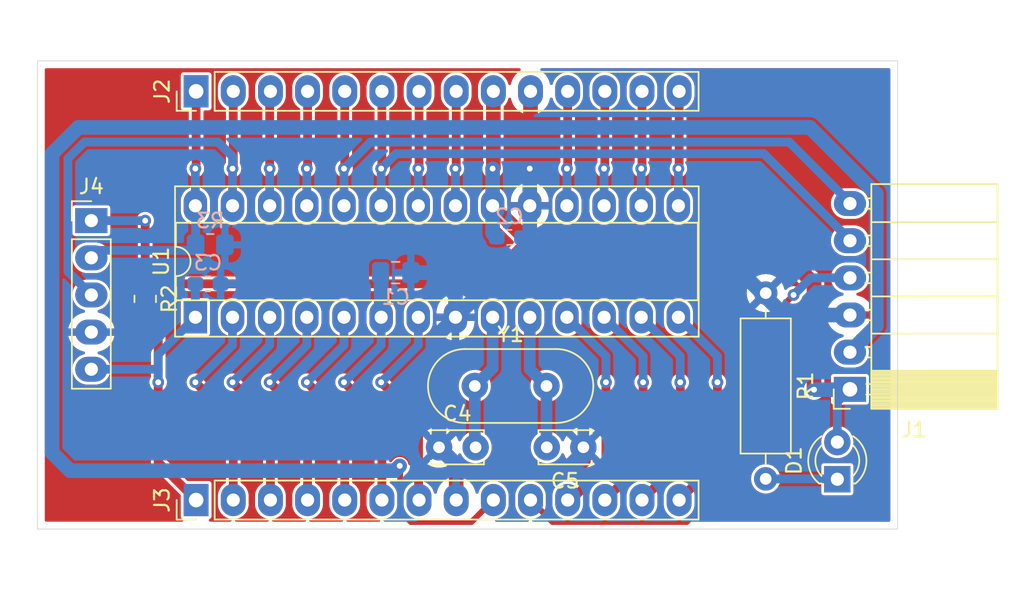
<source format=kicad_pcb>
(kicad_pcb (version 20240108) (generator "pcbnew") (generator_version "8.0")
  (layers (0 "F.Cu" signal) (31 "B.Cu" signal) (34 "B.Paste" user) (35 "F.Paste" user) (36 "B.SilkS" user "B.Silkscreen") (37 "F.SilkS" user "F.Silkscreen") (38 "B.Mask" user) (39 "F.Mask" user) (44 "Edge.Cuts" user))
  (net 0 "")
  (net 1 "Net-(J3-Pin_6)")
  (net 2 "GND")
  (net 3 "VIO")
  (net 4 "/~{MCLR}")
  (net 5 "Net-(U1-OSC1{slash}CLKIN{slash}RA7)")
  (net 6 "Net-(U1-OSC2{slash}CLKOUT{slash}RA6)")
  (net 7 "/TXD")
  (net 8 "STBY")
  (net 9 "/RXD")
  (net 10 "+5V")
  (net 11 "Net-(J2-Pin_7)")
  (net 12 "/PGD")
  (net 13 "Net-(J2-Pin_8)")
  (net 14 "/PGC")
  (net 15 "Net-(J2-Pin_11)")
  (net 16 "Net-(J2-Pin_4)")
  (net 17 "Net-(J2-Pin_14)")
  (net 18 "Net-(J2-Pin_12)")
  (net 19 "Net-(J2-Pin_3)")
  (net 20 "Net-(J2-Pin_13)")
  (net 21 "Net-(J3-Pin_13)")
  (net 22 "Net-(J3-Pin_3)")
  (net 23 "Net-(J3-Pin_14)")
  (net 24 "Net-(J3-Pin_11)")
  (net 25 "Net-(J3-Pin_4)")
  (net 26 "Net-(J3-Pin_2)")
  (net 27 "Net-(J3-Pin_5)")
  (net 28 "Net-(J3-Pin_12)")
  (net 29 "Net-(J3-Pin_7)")
  (net 30 "Net-(D1-K)")
  (footprint "Resistor_THT:R_Axial_DIN0309_L9.0mm_D3.2mm_P12.70mm_Horizontal" (layer "F.Cu") (at 138.938 99.822 -90)
    (property "Reference" "R1" (at 6.35 -2.72 90) (layer "F.SilkS"))
    (property "Value" "330")
    (fp_line (start 1.73 1.72) (end 10.97 1.72) (stroke (width 0.12)) (layer "F.SilkS"))
    (fp_line (start 10.97 1.72) (end 10.97 -1.72) (stroke (width 0.12)) (layer "F.SilkS"))
    (fp_line (start 1.04 0) (end 1.73 0) (stroke (width 0.12)) (layer "F.SilkS"))
    (fp_line (start 11.66 0) (end 10.97 0) (stroke (width 0.12)) (layer "F.SilkS"))
    (fp_line (start 1.73 -1.72) (end 1.73 1.72) (stroke (width 0.12)) (layer "F.SilkS"))
    (fp_line (start 10.97 -1.72) (end 1.73 -1.72) (stroke (width 0.12)) (layer "F.SilkS"))
    (pad "1" thru_hole circle (at 0 0 270) (size 1.6 1.6) (drill 0.8) (layers "*.Cu" "*.Mask") (net 2 "GND"))
    (pad "2" thru_hole oval (at 12.7 0 270) (size 1.6 1.6) (drill 0.8) (layers "*.Cu" "*.Mask") (net 30 "Net-(D1-K)"))
  )
  (footprint "Resistor_SMD:R_0805_2012Metric_Pad1.20x1.40mm_HandSolder" (layer "F.Cu") (at 96.52 100.219 -90)
    (property "Reference" "R2" (at 0 -1.65 90) (layer "F.SilkS"))
    (property "Value" "10K")
    (fp_line (start -0.227064 0.735) (end 0.227064 0.735) (stroke (width 0.12)) (layer "F.SilkS"))
    (fp_line (start -0.227064 -0.735) (end 0.227064 -0.735) (stroke (width 0.12)) (layer "F.SilkS"))
    (pad "1" smd roundrect (at -1 0 270) (size 1.2 1.4) (layers "F.Cu" "F.Paste" "F.Mask") (roundrect_rratio 0.208333) (net 3 "VIO"))
    (pad "2" smd roundrect (at 1 0 270) (size 1.2 1.4) (layers "F.Cu" "F.Paste" "F.Mask") (roundrect_rratio 0.208333) (net 4 "/~{MCLR}"))
  )
  (footprint "Connector_PinHeader_2.54mm:PinHeader_1x14_P2.54mm_Vertical" (layer "F.Cu") (at 100 86.03 90)
    (property "Reference" "J2" (at 0 -2.33 270) (layer "F.SilkS"))
    (property "Value" "Conn_01x14_Pin")
    (fp_line (start -1.33 -1.33) (end 0 -1.33) (stroke (width 0.12)) (layer "F.SilkS"))
    (fp_line (start -1.33 0) (end -1.33 -1.33) (stroke (width 0.12)) (layer "F.SilkS"))
    (fp_line (start 1.33 1.27) (end 1.33 34.35) (stroke (width 0.12)) (layer "F.SilkS"))
    (fp_line (start -1.33 1.27) (end 1.33 1.27) (stroke (width 0.12)) (layer "F.SilkS"))
    (fp_line (start -1.33 1.27) (end -1.33 34.35) (stroke (width 0.12)) (layer "F.SilkS"))
    (fp_line (start -1.33 34.35) (end 1.33 34.35) (stroke (width 0.12)) (layer "F.SilkS"))
    (pad "1" thru_hole rect (at 0 0 90) (size 2.2 1.7) (drill 1) (layers "*.Cu" "*.Mask") (net 12 "/PGD"))
    (pad "2" thru_hole oval (at 0 2.54 90) (size 2.2 1.7) (drill 0.9) (layers "*.Cu" "*.Mask") (net 14 "/PGC"))
    (pad "3" thru_hole oval (at 0 5.08 90) (size 2.2 1.7) (drill 0.9) (layers "*.Cu" "*.Mask") (net 19 "Net-(J2-Pin_3)"))
    (pad "4" thru_hole oval (at 0 7.62 90) (size 2.2 1.7) (drill 0.9) (layers "*.Cu" "*.Mask") (net 16 "Net-(J2-Pin_4)"))
    (pad "5" thru_hole oval (at 0 10.16 90) (size 2.2 1.7) (drill 0.9) (layers "*.Cu" "*.Mask") (net 9 "/RXD"))
    (pad "6" thru_hole oval (at 0 12.7 90) (size 2.2 1.7) (drill 0.9) (layers "*.Cu" "*.Mask") (net 7 "/TXD"))
    (pad "7" thru_hole oval (at 0 15.24 90) (size 2.2 1.7) (drill 0.9) (layers "*.Cu" "*.Mask") (net 11 "Net-(J2-Pin_7)"))
    (pad "8" thru_hole oval (at 0 17.78 90) (size 2.2 1.7) (drill 0.9) (layers "*.Cu" "*.Mask") (net 13 "Net-(J2-Pin_8)"))
    (pad "9" thru_hole oval (at 0 20.32 90) (size 2.2 1.7) (drill 0.9) (layers "*.Cu" "*.Mask") (net 3 "VIO"))
    (pad "10" thru_hole oval (at 0 22.86 90) (size 2.2 1.7) (drill 0.9) (layers "*.Cu" "*.Mask") (net 2 "GND"))
    (pad "11" thru_hole oval (at 0 25.4 90) (size 2.2 1.7) (drill 0.9) (layers "*.Cu" "*.Mask") (net 15 "Net-(J2-Pin_11)"))
    (pad "12" thru_hole oval (at 0 27.94 90) (size 2.2 1.7) (drill 0.9) (layers "*.Cu" "*.Mask") (net 18 "Net-(J2-Pin_12)"))
    (pad "13" thru_hole oval (at 0 30.48 90) (size 2.2 1.7) (drill 0.9) (layers "*.Cu" "*.Mask") (net 20 "Net-(J2-Pin_13)"))
    (pad "14" thru_hole oval (at 0 33.02 90) (size 2.2 1.7) (drill 0.9) (layers "*.Cu" "*.Mask") (net 17 "Net-(J2-Pin_14)"))
  )
  (footprint "Crystal:Crystal_HC18-U_Vertical" (layer "F.Cu") (at 119.052 106.172)
    (property "Reference" "Y1" (at 2.45 -3.525 0) (layer "F.SilkS"))
    (property "Value" "10Mhz")
    (fp_line (start -0.675 -2.525) (end 5.575 -2.525) (stroke (width 0.12)) (layer "F.SilkS"))
    (fp_line (start -0.675 2.525) (end 5.575 2.525) (stroke (width 0.12)) (layer "F.SilkS"))
    (fp_arc (start -0.675 2.525) (mid -3.2 0) (end -0.675 -2.525) (stroke (width 0.12)) (layer "F.SilkS"))
    (fp_arc (start 5.575 -2.525) (mid 8.1 0) (end 5.575 2.525) (stroke (width 0.12)) (layer "F.SilkS"))
    (pad "1" thru_hole circle (at 0 0) (size 1.8 1.8) (drill 0.8) (layers "*.Cu" "*.Mask") (net 5 "Net-(U1-OSC1{slash}CLKIN{slash}RA7)"))
    (pad "2" thru_hole circle (at 4.9 0) (size 1.8 1.8) (drill 0.8) (layers "*.Cu" "*.Mask") (net 6 "Net-(U1-OSC2{slash}CLKOUT{slash}RA6)"))
  )
  (footprint "Capacitor_THT:C_Disc_D3.4mm_W2.1mm_P2.50mm" (layer "F.Cu") (at 126.472 110.363 180)
    (property "Reference" "C5" (at 1.25 -2.3 180) (layer "F.SilkS"))
    (property "Value" "22pF")
    (fp_line (start 3.07 0.925) (end 3.07 1.17) (stroke (width 0.12)) (layer "F.SilkS"))
    (fp_line (start 3.07 -1.17) (end 3.07 -0.925) (stroke (width 0.12)) (layer "F.SilkS"))
    (fp_line (start -0.57 1.17) (end 3.07 1.17) (stroke (width 0.12)) (layer "F.SilkS"))
    (fp_line (start -0.57 0.925) (end -0.57 1.17) (stroke (width 0.12)) (layer "F.SilkS"))
    (fp_line (start -0.57 -1.17) (end 3.07 -1.17) (stroke (width 0.12)) (layer "F.SilkS"))
    (fp_line (start -0.57 -1.17) (end -0.57 -0.925) (stroke (width 0.12)) (layer "F.SilkS"))
    (pad "1" thru_hole circle (at 0 0 180) (size 1.8 1.8) (drill 0.8) (layers "*.Cu" "*.Mask") (net 2 "GND"))
    (pad "2" thru_hole circle (at 2.5 0 180) (size 1.8 1.8) (drill 0.8) (layers "*.Cu" "*.Mask") (net 6 "Net-(U1-OSC2{slash}CLKOUT{slash}RA6)"))
  )
  (footprint "Connector_PinSocket_2.54mm:PinSocket_1x06_P2.54mm_Horizontal" (layer "F.Cu") (at 144.698 106.401 180)
    (property "Reference" "J1" (at -4.38 -2.77 180) (layer "F.SilkS"))
    (property "Value" "Conn_01x06_Socket")
    (fp_line (start 1.11 -1.33) (end 1.11 0) (stroke (width 0.12)) (layer "F.SilkS"))
    (fp_line (start 0 -1.33) (end 1.11 -1.33) (stroke (width 0.12)) (layer "F.SilkS"))
    (fp_line (start -1.46 13.06) (end -1.05 13.06) (stroke (width 0.12)) (layer "F.SilkS"))
    (fp_line (start -1.46 12.34) (end -1.05 12.34) (stroke (width 0.12)) (layer "F.SilkS"))
    (fp_line (start -1.46 10.52) (end -1.05 10.52) (stroke (width 0.12)) (layer "F.SilkS"))
    (fp_line (start -1.46 9.8) (end -1.05 9.8) (stroke (width 0.12)) (layer "F.SilkS"))
    (fp_line (start -1.46 7.98) (end -1.05 7.98) (stroke (width 0.12)) (layer "F.SilkS"))
    (fp_line (start -1.46 7.26) (end -1.05 7.26) (stroke (width 0.12)) (layer "F.SilkS"))
    (fp_line (start -1.46 5.44) (end -1.05 5.44) (stroke (width 0.12)) (layer "F.SilkS"))
    (fp_line (start -1.46 4.72) (end -1.05 4.72) (stroke (width 0.12)) (layer "F.SilkS"))
    (fp_line (start -1.46 2.9) (end -1.05 2.9) (stroke (width 0.12)) (layer "F.SilkS"))
    (fp_line (start -1.46 2.18) (end -1.05 2.18) (stroke (width 0.12)) (layer "F.SilkS"))
    (fp_line (start -1.46 0.36) (end -1.11 0.36) (stroke (width 0.12)) (layer "F.SilkS"))
    (fp_line (start -1.46 -0.36) (end -1.11 -0.36) (stroke (width 0.12)) (layer "F.SilkS"))
    (fp_line (start -1.46 -1.33) (end -1.46 14.03) (stroke (width 0.12)) (layer "F.SilkS"))
    (fp_line (start -10.09 14.03) (end -1.46 14.03) (stroke (width 0.12)) (layer "F.SilkS"))
    (fp_line (start -10.09 11.43) (end -1.46 11.43) (stroke (width 0.12)) (layer "F.SilkS"))
    (fp_line (start -10.09 8.89) (end -1.46 8.89) (stroke (width 0.12)) (layer "F.SilkS"))
    (fp_line (start -10.09 6.35) (end -1.46 6.35) (stroke (width 0.12)) (layer "F.SilkS"))
    (fp_line (start -10.09 3.81) (end -1.46 3.81) (stroke (width 0.12)) (layer "F.SilkS"))
    (fp_line (start -10.09 1.27) (end -1.46 1.27) (stroke (width 0.12)) (layer "F.SilkS"))
    (fp_line (start -10.09 1.1519) (end -1.46 1.1519) (stroke (width 0.12)) (layer "F.SilkS"))
    (fp_line (start -10.09 1.033805) (end -1.46 1.033805) (stroke (width 0.12)) (layer "F.SilkS"))
    (fp_line (start -10.09 0.91571) (end -1.46 0.91571) (stroke (width 0.12)) (layer "F.SilkS"))
    (fp_line (start -10.09 0.797615) (end -1.46 0.797615) (stroke (width 0.12)) (layer "F.SilkS"))
    (fp_line (start -10.09 0.67952) (end -1.46 0.67952) (stroke (width 0.12)) (layer "F.SilkS"))
    (fp_line (start -10.09 0.561425) (end -1.46 0.561425) (stroke (width 0.12)) (layer "F.SilkS"))
    (fp_line (start -10.09 0.44333) (end -1.46 0.44333) (stroke (width 0.12)) (layer "F.SilkS"))
    (fp_line (start -10.09 0.325235) (end -1.46 0.325235) (stroke (width 0.12)) (layer "F.SilkS"))
    (fp_line (start -10.09 0.20714) (end -1.46 0.20714) (stroke (width 0.12)) (layer "F.SilkS"))
    (fp_line (start -10.09 0.089045) (end -1.46 0.089045) (stroke (width 0.12)) (layer "F.SilkS"))
    (fp_line (start -10.09 -0.02905) (end -1.46 -0.02905) (stroke (width 0.12)) (layer "F.SilkS"))
    (fp_line (start -10.09 -0.147145) (end -1.46 -0.147145) (stroke (width 0.12)) (layer "F.SilkS"))
    (fp_line (start -10.09 -0.26524) (end -1.46 -0.26524) (stroke (width 0.12)) (layer "F.SilkS"))
    (fp_line (start -10.09 -0.383335) (end -1.46 -0.383335) (stroke (width 0.12)) (layer "F.SilkS"))
    (fp_line (start -10.09 -0.50143) (end -1.46 -0.50143) (stroke (width 0.12)) (layer "F.SilkS"))
    (fp_line (start -10.09 -0.619525) (end -1.46 -0.619525) (stroke (width 0.12)) (layer "F.SilkS"))
    (fp_line (start -10.09 -0.73762) (end -1.46 -0.73762) (stroke (width 0.12)) (layer "F.SilkS"))
    (fp_line (start -10.09 -0.855715) (end -1.46 -0.855715) (stroke (width 0.12)) (layer "F.SilkS"))
    (fp_line (start -10.09 -0.97381) (end -1.46 -0.97381) (stroke (width 0.12)) (layer "F.SilkS"))
    (fp_line (start -10.09 -1.091905) (end -1.46 -1.091905) (stroke (width 0.12)) (layer "F.SilkS"))
    (fp_line (start -10.09 -1.21) (end -1.46 -1.21) (stroke (width 0.12)) (layer "F.SilkS"))
    (fp_line (start -10.09 -1.33) (end -1.46 -1.33) (stroke (width 0.12)) (layer "F.SilkS"))
    (fp_line (start -10.09 -1.33) (end -10.09 14.03) (stroke (width 0.12)) (layer "F.SilkS"))
    (pad "1" thru_hole rect (at 0 0 180) (size 2.2 1.7) (drill 1) (layers "*.Cu" "*.Mask") (net 3 "VIO"))
    (pad "2" thru_hole oval (at 0 2.54 180) (size 2.2 1.7) (drill 0.9) (layers "*.Cu" "*.Mask") (net 10 "+5V"))
    (pad "3" thru_hole oval (at 0 5.08 180) (size 2.2 1.7) (drill 0.9) (layers "*.Cu" "*.Mask") (net 2 "GND"))
    (pad "4" thru_hole oval (at 0 7.62 180) (size 2.2 1.7) (drill 0.9) (layers "*.Cu" "*.Mask") (net 8 "STBY"))
    (pad "5" thru_hole oval (at 0 10.16 180) (size 2.2 1.7) (drill 0.9) (layers "*.Cu" "*.Mask") (net 7 "/TXD"))
    (pad "6" thru_hole oval (at 0 12.7 180) (size 2.2 1.7) (drill 0.9) (layers "*.Cu" "*.Mask") (net 9 "/RXD"))
  )
  (footprint "Connector_PinHeader_2.54mm:PinHeader_1x05_P2.54mm_Vertical" (layer "F.Cu") (at 92.837 94.869)
    (property "Reference" "J4" (at 0 -2.33 0) (layer "F.SilkS"))
    (property "Value" "Conn_01x05_Pin")
    (fp_line (start -1.33 -1.33) (end 0 -1.33) (stroke (width 0.12)) (layer "F.SilkS"))
    (fp_line (start -1.33 0) (end -1.33 -1.33) (stroke (width 0.12)) (layer "F.SilkS"))
    (fp_line (start -1.33 1.27) (end -1.33 11.49) (stroke (width 0.12)) (layer "F.SilkS"))
    (fp_line (start -1.33 1.27) (end 1.33 1.27) (stroke (width 0.12)) (layer "F.SilkS"))
    (fp_line (start -1.33 11.49) (end 1.33 11.49) (stroke (width 0.12)) (layer "F.SilkS"))
    (fp_line (start 1.33 1.27) (end 1.33 11.49) (stroke (width 0.12)) (layer "F.SilkS"))
    (pad "1" thru_hole rect (at 0 0) (size 2.2 1.7) (drill 0.9) (layers "*.Cu" "*.Mask") (net 3 "VIO"))
    (pad "2" thru_hole oval (at 0 2.54) (size 2.2 1.7) (drill 0.9) (layers "*.Cu" "*.Mask") (net 12 "/PGD"))
    (pad "3" thru_hole oval (at 0 5.08) (size 2.2 1.7) (drill 0.9) (layers "*.Cu" "*.Mask") (net 14 "/PGC"))
    (pad "4" thru_hole oval (at 0 7.62) (size 2.2 1.7) (drill 0.9) (layers "*.Cu" "*.Mask") (net 2 "GND"))
    (pad "5" thru_hole oval (at 0 10.16) (size 2.2 1.7) (drill 0.9) (layers "*.Cu" "*.Mask") (net 4 "/~{MCLR}"))
  )
  (footprint "Capacitor_THT:C_Disc_D3.4mm_W2.1mm_P2.50mm" (layer "F.Cu") (at 116.606 110.363)
    (property "Reference" "C4" (at 1.25 -2.3 360) (layer "F.SilkS"))
    (property "Value" "22pF")
    (fp_line (start -0.57 -1.17) (end -0.57 -0.925) (stroke (width 0.12)) (layer "F.SilkS"))
    (fp_line (start -0.57 -1.17) (end 3.07 -1.17) (stroke (width 0.12)) (layer "F.SilkS"))
    (fp_line (start -0.57 0.925) (end -0.57 1.17) (stroke (width 0.12)) (layer "F.SilkS"))
    (fp_line (start -0.57 1.17) (end 3.07 1.17) (stroke (width 0.12)) (layer "F.SilkS"))
    (fp_line (start 3.07 -1.17) (end 3.07 -0.925) (stroke (width 0.12)) (layer "F.SilkS"))
    (fp_line (start 3.07 0.925) (end 3.07 1.17) (stroke (width 0.12)) (layer "F.SilkS"))
    (pad "1" thru_hole circle (at 0 0) (size 1.8 1.8) (drill 0.8) (layers "*.Cu" "*.Mask") (net 2 "GND"))
    (pad "2" thru_hole circle (at 2.5 0) (size 1.8 1.8) (drill 0.8) (layers "*.Cu" "*.Mask") (net 5 "Net-(U1-OSC1{slash}CLKIN{slash}RA7)"))
  )
  (footprint "LED_THT:LED_D3.0mm" (layer "F.Cu") (at 143.834 112.549 90)
    (property "Reference" "D1" (at 1.27 -2.96 270) (layer "F.SilkS"))
    (property "Value" "LED")
    (fp_line (start -0.29 -1.236) (end -0.29 -1.08) (stroke (width 0.12)) (layer "F.SilkS"))
    (fp_line (start -0.29 1.08) (end -0.29 1.236) (stroke (width 0.12)) (layer "F.SilkS"))
    (fp_arc (start -0.29 -1.235516) (mid 1.366487 -1.987659) (end 2.942335 -1.078608) (stroke (width 0.12)) (layer "F.SilkS"))
    (fp_arc (start 0.229039 -1.08) (mid 1.270117 -1.5) (end 2.31113 -1.079837) (stroke (width 0.12)) (layer "F.SilkS"))
    (fp_arc (start 2.942335 1.078608) (mid 1.366487 1.987659) (end -0.29 1.235516) (stroke (width 0.12)) (layer "F.SilkS"))
    (fp_arc (start 2.31113 1.079837) (mid 1.270117 1.5) (end 0.229039 1.08) (stroke (width 0.12)) (layer "F.SilkS"))
    (pad "1" thru_hole rect (at 0 0 90) (size 1.8 1.8) (drill 0.9) (layers "*.Cu" "*.Mask") (net 30 "Net-(D1-K)"))
    (pad "2" thru_hole circle (at 2.54 0 90) (size 1.8 1.8) (drill 0.9) (layers "*.Cu" "*.Mask") (net 3 "VIO"))
  )
  (footprint "Connector_PinHeader_2.54mm:PinHeader_1x14_P2.54mm_Vertical" (layer "F.Cu") (at 100 113.97 90)
    (property "Reference" "J3" (at 0 -2.33 270) (layer "F.SilkS"))
    (property "Value" "Conn_01x14_Pin")
    (fp_line (start -1.33 -1.33) (end 0 -1.33) (stroke (width 0.12)) (layer "F.SilkS"))
    (fp_line (start -1.33 0) (end -1.33 -1.33) (stroke (width 0.12)) (layer "F.SilkS"))
    (fp_line (start 1.33 1.27) (end 1.33 34.35) (stroke (width 0.12)) (layer "F.SilkS"))
    (fp_line (start -1.33 1.27) (end 1.33 1.27) (stroke (width 0.12)) (layer "F.SilkS"))
    (fp_line (start -1.33 1.27) (end -1.33 34.35) (stroke (width 0.12)) (layer "F.SilkS"))
    (fp_line (start -1.33 34.35) (end 1.33 34.35) (stroke (width 0.12)) (layer "F.SilkS"))
    (pad "1" thru_hole rect (at 0 0 90) (size 2.2 1.7) (drill 1) (layers "*.Cu" "*.Mask") (net 4 "/~{MCLR}"))
    (pad "2" thru_hole oval (at 0 2.54 90) (size 2.2 1.7) (drill 0.9) (layers "*.Cu" "*.Mask") (net 26 "Net-(J3-Pin_2)"))
    (pad "3" thru_hole oval (at 0 5.08 90) (size 2.2 1.7) (drill 0.9) (layers "*.Cu" "*.Mask") (net 22 "Net-(J3-Pin_3)"))
    (pad "4" thru_hole oval (at 0 7.62 90) (size 2.2 1.7) (drill 0.9) (layers "*.Cu" "*.Mask") (net 25 "Net-(J3-Pin_4)"))
    (pad "5" thru_hole oval (at 0 10.16 90) (size 2.2 1.7) (drill 0.9) (layers "*.Cu" "*.Mask") (net 27 "Net-(J3-Pin_5)"))
    (pad "6" thru_hole oval (at 0 12.7 90) (size 2.2 1.7) (drill 0.9) (layers "*.Cu" "*.Mask") (net 1 "Net-(J3-Pin_6)"))
    (pad "7" thru_hole oval (at 0 15.24 90) (size 2.2 1.7) (drill 0.9) (layers "*.Cu" "*.Mask") (net 29 "Net-(J3-Pin_7)"))
    (pad "8" thru_hole oval (at 0 17.78 90) (size 2.2 1.7) (drill 0.9) (layers "*.Cu" "*.Mask") (net 2 "GND"))
    (pad "9" thru_hole oval (at 0 20.32 90) (size 2.2 1.7) (drill 0.9) (layers "*.Cu" "*.Mask") (net 10 "+5V"))
    (pad "10" thru_hole oval (at 0 22.86 90) (size 2.2 1.7) (drill 0.9) (layers "*.Cu" "*.Mask") (net 8 "STBY"))
    (pad "11" thru_hole oval (at 0 25.4 90) (size 2.2 1.7) (drill 0.9) (layers "*.Cu" "*.Mask") (net 24 "Net-(J3-Pin_11)"))
    (pad "12" thru_hole oval (at 0 27.94 90) (size 2.2 1.7) (drill 0.9) (layers "*.Cu" "*.Mask") (net 28 "Net-(J3-Pin_12)"))
    (pad "13" thru_hole oval (at 0 30.48 90) (size 2.2 1.7) (drill 0.9) (layers "*.Cu" "*.Mask") (net 21 "Net-(J3-Pin_13)"))
    (pad "14" thru_hole oval (at 0 33.02 90) (size 2.2 1.7) (drill 0.9) (layers "*.Cu" "*.Mask") (net 23 "Net-(J3-Pin_14)"))
  )
  (footprint "Package_DIP:DIP-28_W7.62mm_Socket" (layer "F.Cu") (at 99.949 101.473 90)
    (property "Reference" "U1" (at 3.81 -2.33 270) (layer "F.SilkS"))
    (property "Value" "PIC18F2XK80")
    (fp_line (start 8.95 -1.39) (end -1.33 -1.39) (stroke (width 0.12)) (layer "F.SilkS"))
    (fp_line (start -1.33 -1.39) (end -1.33 34.41) (stroke (width 0.12)) (layer "F.SilkS"))
    (fp_line (start 6.46 -1.33) (end 4.81 -1.33) (stroke (width 0.12)) (layer "F.SilkS"))
    (fp_line (start 2.81 -1.33) (end 1.16 -1.33) (stroke (width 0.12)) (layer "F.SilkS"))
    (fp_line (start 1.16 -1.33) (end 1.16 34.35) (stroke (width 0.12)) (layer "F.SilkS"))
    (fp_line (start 6.46 34.35) (end 6.46 -1.33) (stroke (width 0.12)) (layer "F.SilkS"))
    (fp_line (start 1.16 34.35) (end 6.46 34.35) (stroke (width 0.12)) (layer "F.SilkS"))
    (fp_line (start 8.95 34.41) (end 8.95 -1.39) (stroke (width 0.12)) (layer "F.SilkS"))
    (fp_line (start -1.33 34.41) (end 8.95 34.41) (stroke (width 0.12)) (layer "F.SilkS"))
    (fp_arc (start 4.81 -1.33) (mid 3.81 -0.33) (end 2.81 -1.33) (stroke (width 0.12)) (layer "F.SilkS"))
    (pad "1" thru_hole rect (at 0 0 90) (size 2.2 1.6) (drill 0.9) (layers "*.Cu" "*.Mask") (net 4 "/~{MCLR}"))
    (pad "2" thru_hole oval (at 0 2.54 90) (size 2.2 1.6) (drill 0.9) (layers "*.Cu" "*.Mask") (net 26 "Net-(J3-Pin_2)"))
    (pad "3" thru_hole oval (at 0 5.08 90) (size 2.2 1.6) (drill 0.9) (layers "*.Cu" "*.Mask") (net 22 "Net-(J3-Pin_3)"))
    (pad "4" thru_hole oval (at 0 7.62 90) (size 2.2 1.6) (drill 0.9) (layers "*.Cu" "*.Mask") (net 25 "Net-(J3-Pin_4)"))
    (pad "5" thru_hole oval (at 0 10.16 90) (size 2.2 1.6) (drill 0.9) (layers "*.Cu" "*.Mask") (net 27 "Net-(J3-Pin_5)"))
    (pad "6" thru_hole oval (at 0 12.7 90) (size 2.2 1.6) (drill 0.9) (layers "*.Cu" "*.Mask") (net 1 "Net-(J3-Pin_6)"))
    (pad "7" thru_hole oval (at 0 15.24 90) (size 2.2 1.6) (drill 0.9) (layers "*.Cu" "*.Mask") (net 29 "Net-(J3-Pin_7)"))
    (pad "8" thru_hole oval (at 0 17.78 90) (size 2.2 1.6) (drill 0.9) (layers "*.Cu" "*.Mask") (net 2 "GND"))
    (pad "9" thru_hole oval (at 0 20.32 90) (size 2.2 1.6) (drill 0.9) (layers "*.Cu" "*.Mask") (net 5 "Net-(U1-OSC1{slash}CLKIN{slash}RA7)"))
    (pad "10" thru_hole oval (at 0 22.86 90) (size 2.2 1.6) (drill 0.9) (layers "*.Cu" "*.Mask") (net 6 "Net-(U1-OSC2{slash}CLKOUT{slash}RA6)"))
    (pad "11" thru_hole oval (at 0 25.4 90) (size 2.2 1.6) (drill 0.9) (layers "*.Cu" "*.Mask") (net 24 "Net-(J3-Pin_11)"))
    (pad "12" thru_hole oval (at 0 27.94 90) (size 2.2 1.6) (drill 0.9) (layers "*.Cu" "*.Mask") (net 28 "Net-(J3-Pin_12)"))
    (pad "13" thru_hole oval (at 0 30.48 90) (size 2.2 1.6) (drill 0.9) (layers "*.Cu" "*.Mask") (net 21 "Net-(J3-Pin_13)"))
    (pad "14" thru_hole oval (at 0 33.02 90) (size 2.2 1.6) (drill 0.9) (layers "*.Cu" "*.Mask") (net 23 "Net-(J3-Pin_14)"))
    (pad "15" thru_hole oval (at 7.62 33.02 90) (size 2.2 1.6) (drill 0.9) (layers "*.Cu" "*.Mask") (net 17 "Net-(J2-Pin_14)"))
    (pad "16" thru_hole oval (at 7.62 30.48 90) (size 2.2 1.6) (drill 0.9) (layers "*.Cu" "*.Mask") (net 20 "Net-(J2-Pin_13)"))
    (pad "17" thru_hole oval (at 7.62 27.94 90) (size 2.2 1.6) (drill 0.9) (layers "*.Cu" "*.Mask") (net 18 "Net-(J2-Pin_12)"))
    (pad "18" thru_hole oval (at 7.62 25.4 90) (size 2.2 1.6) (drill 0.9) (layers "*.Cu" "*.Mask") (net 15 "Net-(J2-Pin_11)"))
    (pad "19" thru_hole oval (at 7.62 22.86 90) (size 2.2 1.6) (drill 0.9) (layers "*.Cu" "*.Mask") (net 2 "GND"))
    (pad "20" thru_hole oval (at 7.62 20.32 90) (size 2.2 1.6) (drill 0.9) (layers "*.Cu" "*.Mask") (net 3 "VIO"))
    (pad "21" thru_hole oval (at 7.62 17.78 90) (size 2.2 1.6) (drill 0.9) (layers "*.Cu" "*.Mask") (net 13 "Net-(J2-Pin_8)"))
    (pad "22" thru_hole oval (at 7.62 15.24 90) (size 2.2 1.6) (drill 0.9) (layers "*.Cu" "*.Mask") (net 11 "Net-(J2-Pin_7)"))
    (pad "23" thru_hole oval (at 7.62 12.7 90) (size 2.2 1.6) (drill 0.9) (layers "*.Cu" "*.Mask") (net 7 "/TXD"))
    (pad "24" thru_hole oval (at 7.62 10.16 90) (size 2.2 1.6) (drill 0.9) (layers "*.Cu" "*.Mask") (net 9 "/RXD"))
    (pad "25" thru_hole oval (at 7.62 7.62 90) (size 2.2 1.6) (drill 0.9) (layers "*.Cu" "*.Mask") (net 16 "Net-(J2-Pin_4)"))
    (pad "26" thru_hole oval (at 7.62 5.08 90) (size 2.2 1.6) (drill 0.9) (layers "*.Cu" "*.Mask") (net 19 "Net-(J2-Pin_3)"))
    (pad "27" thru_hole oval (at 7.62 2.54 90) (size 2.2 1.6) (drill 0.9) (layers "*.Cu" "*.Mask") (net 14 "/PGC"))
    (pad "28" thru_hole oval (at 7.62 0 90) (size 2.2 1.6) (drill 0.9) (layers "*.Cu" "*.Mask") (net 12 "/PGD"))
  )
  (footprint "Capacitor_SMD:C_0603_1608Metric_Pad1.08x0.95mm_HandSolder" (layer "B.Cu") (at 121.412 96.012 180)
    (property "Reference" "C2" (at 0 1.43 180) (layer "B.SilkS") (effects (justify mirror)))
    (property "Value" "100nF")
    (fp_line (start 0.146267 0.51) (end -0.146267 0.51) (stroke (width 0.12)) (layer "B.SilkS"))
    (fp_line (start 0.146267 -0.51) (end -0.146267 -0.51) (stroke (width 0.12)) (layer "B.SilkS"))
    (pad "1" smd roundrect (at -0.8625 0 180) (size 1.075 0.95) (layers "B.Cu" "B.Paste" "B.Mask") (net 2 "GND"))
    (pad "2" smd roundrect (at 0.8625 0 180) (size 1.075 0.95) (layers "B.Cu" "B.Paste" "B.Mask") (net 3 "VIO"))
  )
  (footprint "Capacitor_SMD:C_0805_2012Metric_Pad1.18x1.45mm_HandSolder" (layer "B.Cu") (at 113.6435 98.425)
    (property "Reference" "C1" (at 0 1.68 360) (layer "B.SilkS") (effects (justify mirror)))
    (property "Value" "10uF")
    (fp_line (start 0.261252 -0.735) (end -0.261252 -0.735) (stroke (width 0.12)) (layer "B.SilkS"))
    (fp_line (start 0.261252 0.735) (end -0.261252 0.735) (stroke (width 0.12)) (layer "B.SilkS"))
    (pad "1" smd roundrect (at -1.0375 0) (size 1.175 1.45) (layers "B.Cu" "B.Paste" "B.Mask") (roundrect_rratio 0.212766) (net 1 "Net-(J3-Pin_6)"))
    (pad "2" smd roundrect (at 1.0375 0) (size 1.175 1.45) (layers "B.Cu" "B.Paste" "B.Mask") (roundrect_rratio 0.212766) (net 2 "GND"))
  )
  (footprint "Capacitor_SMD:C_0603_1608Metric_Pad1.08x0.95mm_HandSolder" (layer "B.Cu") (at 100.8115 99.187 180)
    (property "Reference" "C3" (at 0 1.43 180) (layer "B.SilkS") (effects (justify mirror)))
    (property "Value" "100nF")
    (fp_line (start 0.146267 0.51) (end -0.146267 0.51) (stroke (width 0.12)) (layer "B.SilkS"))
    (fp_line (start 0.146267 -0.51) (end -0.146267 -0.51) (stroke (width 0.12)) (layer "B.SilkS"))
    (pad "1" smd roundrect (at -0.8625 0 180) (size 1.075 0.95) (layers "B.Cu" "B.Paste" "B.Mask") (net 2 "GND"))
    (pad "2" smd roundrect (at 0.8625 0 180) (size 1.075 0.95) (layers "B.Cu" "B.Paste" "B.Mask") (net 4 "/~{MCLR}"))
  )
  (footprint "Resistor_SMD:R_0805_2012Metric_Pad1.20x1.40mm_HandSolder" (layer "B.Cu") (at 100.965 96.52 180)
    (property "Reference" "R3" (at 0 1.65 180) (layer "B.SilkS") (effects (justify mirror)))
    (property "Value" "10K")
    (fp_line (start 0.227064 0.735) (end -0.227064 0.735) (stroke (width 0.12)) (layer "B.SilkS"))
    (fp_line (start 0.227064 -0.735) (end -0.227064 -0.735) (stroke (width 0.12)) (layer "B.SilkS"))
    (pad "1" smd roundrect (at -1 0 180) (size 1.2 1.4) (layers "B.Cu" "B.Paste" "B.Mask") (roundrect_rratio 0.208333) (net 2 "GND"))
    (pad "2" smd roundrect (at 1 0 180) (size 1.2 1.4) (layers "B.Cu" "B.Paste" "B.Mask") (roundrect_rratio 0.208333) (net 12 "/PGD"))
  )
  (gr_rect (start 89.154 83.947) (end 147.955 115.951) (stroke (width 0.05)) (fill none) (layer "Edge.Cuts"))
  (segment (start 112.7 108.509) (end 110.109 105.918) (width 0.6) (layer "F.Cu") (net 1))
  (segment (start 112.7 113.97) (end 112.7 108.509) (width 0.6) (layer "F.Cu") (net 1))
  (via (at 110.109 105.918) (size 0.8) (drill 0.4) (layers "F.Cu" "B.Cu") (net 1))
  (segment (start 112.649 103.378) (end 110.109 105.918) (width 0.6) (layer "B.Cu") (net 1))
  (segment (start 112.649 101.473) (end 112.649 98.468) (width 1) (layer "B.Cu") (net 1))
  (segment (start 112.649 98.468) (end 112.606 98.425) (width 0.6) (layer "B.Cu") (net 1))
  (segment (start 112.649 101.473) (end 112.649 103.378) (width 0.6) (layer "B.Cu") (net 1))
  (segment (start 122.809 91.313) (end 122.809 89.662) (width 0.6) (layer "F.Cu") (net 2))
  (segment (start 117.78 111.76) (end 117.78 111.537) (width 0.8) (layer "F.Cu") (net 2))
  (segment (start 126.472 111.272) (end 126.472 110.363) (width 1) (layer "F.Cu") (net 2))
  (segment (start 117.78 111.76) (end 117.883 111.863) (width 0.8) (layer "F.Cu") (net 2))
  (segment (start 125.73 112.014) (end 126.472 111.272) (width 1) (layer "F.Cu") (net 2))
  (segment (start 118.034 112.014) (end 125.73 112.014) (width 1) (layer "F.Cu") (net 2))
  (segment (start 117.78 113.97) (end 117.78 111.76) (width 1) (layer "F.Cu") (net 2))
  (segment (start 122.86 86.03) (end 122.86 91.262) (width 1) (layer "F.Cu") (net 2))
  (segment (start 117.78 111.537) (end 116.606 110.363) (width 1) (layer "F.Cu") (net 2))
  (segment (start 122.86 91.262) (end 122.809 91.313) (width 1) (layer "F.Cu") (net 2))
  (segment (start 117.883 111.863) (end 118.034 112.014) (width 1) (layer "F.Cu") (net 2))
  (via (at 122.809 91.313) (size 0.8) (drill 0.4) (layers "F.Cu" "B.Cu") (net 2))
  (segment (start 124.149 103.067) (end 124.149 100.815944) (width 0.4) (layer "B.Cu") (net 2))
  (segment (start 114.681 98.425) (end 116.205 98.425) (width 1) (layer "B.Cu") (net 2))
  (segment (start 122.809 96.393) (end 117.729 101.473) (width 1) (layer "B.Cu") (net 2))
  (segment (start 122.809 93.853) (end 122.809 96.393) (width 1) (layer "B.Cu") (net 2))
  (segment (start 116.606 110.363) (end 118.257 112.014) (width 1) (layer "B.Cu") (net 2))
  (segment (start 135.255 96.393) (end 140.1445 101.2825) (width 1) (layer "B.Cu") (net 2))
  (segment (start 140.183 101.321) (end 144.698 101.321) (width 1) (layer "B.Cu") (net 2))
  (segment (start 116.205 98.425) (end 117.729 99.949) (width 1) (layer "B.Cu") (net 2))
  (segment (start 122.809 96.393) (end 135.255 96.393) (width 1) (layer "B.Cu") (net 2))
  (segment (start 126.472 105.39) (end 124.587 103.505) (width 0.8) (layer "B.Cu") (net 2))
  (segment (start 117.729 101.473) (end 116.606 102.596) (width 1) (layer "B.Cu") (net 2))
  (segment (start 124.149 100.815944) (end 123.282056 99.949) (width 0.4) (layer "B.Cu") (net 2))
  (segment (start 117.729 99.949) (end 117.729 101.473) (width 1) (layer "B.Cu") (net 2))
  (segment (start 116.606 102.596) (end 116.606 110.363) (width 1) (layer "B.Cu") (net 2))
  (segment (start 119.253 99.949) (end 117.729 101.473) (width 0.4) (layer "B.Cu") (net 2))
  (segment (start 140.1445 101.2825) (end 140.183 101.321) (width 1) (layer "B.Cu") (net 2))
  (segment (start 122.809 93.853) (end 122.809 91.313) (width 1) (layer "B.Cu") (net 2))
  (segment (start 126.472 111.018) (end 126.472 110.363) (width 0.8) (layer "B.Cu") (net 2))
  (segment (start 123.282056 99.949) (end 119.253 99.949) (width 0.4) (layer "B.Cu") (net 2))
  (segment (start 125.476 112.014) (end 126.472 111.018) (width 1) (layer "B.Cu") (net 2))
  (segment (start 118.257 112.014) (end 125.476 112.014) (width 1) (layer "B.Cu") (net 2))
  (segment (start 126.472 110.363) (end 126.472 105.39) (width 0.8) (layer "B.Cu") (net 2))
  (segment (start 124.587 103.505) (end 124.149 103.067) (width 0.4) (layer "B.Cu") (net 2))
  (segment (start 142.24 106.426) (end 142.24 99.187) (width 1) (layer "F.Cu") (net 3))
  (segment (start 139.446 96.393) (end 122.809 96.393) (width 1) (layer "F.Cu") (net 3))
  (segment (start 96.552 99.187) (end 119.634 99.187) (width 0.6) (layer "F.Cu") (net 3))
  (segment (start 122.428 96.393) (end 122.809 96.393) (width 0.6) (layer "F.Cu") (net 3))
  (segment (start 142.24 99.187) (end 139.446 96.393) (width 1) (layer "F.Cu") (net 3))
  (segment (start 120.32 91.262) (end 120.269 91.313) (width 1) (layer "F.Cu") (net 3))
  (segment (start 119.634 99.187) (end 122.428 96.393) (width 0.6) (layer "F.Cu") (net 3))
  (segment (start 96.52 99.219) (end 96.52 94.869) (width 0.6) (layer "F.Cu") (net 3))
  (segment (start 120.32 86.03) (end 120.32 91.262) (width 1) (layer "F.Cu") (net 3))
  (segment (start 120.269 93.853) (end 122.809 96.393) (width 1) (layer "F.Cu") (net 3))
  (segment (start 96.52 99.219) (end 96.552 99.187) (width 0.6) (layer "F.Cu") (net 3))
  (via (at 120.269 91.313) (size 0.8) (drill 0.4) (layers "F.Cu" "B.Cu") (net 3))
  (via (at 142.24 106.426) (size 0.8) (drill 0.4) (layers "F.Cu" "B.Cu") (net 3))
  (via (at 96.52 94.869) (size 0.8) (drill 0.4) (layers "F.Cu" "B.Cu") (net 3))
  (segment (start 96.52 94.869) (end 92.837 94.869) (width 0.6) (layer "B.Cu") (net 3))
  (segment (start 142.24 106.426) (end 144.673 106.426) (width 1) (layer "B.Cu") (net 3))
  (segment (start 144.673 106.426) (end 144.698 106.401) (width 1) (layer "B.Cu") (net 3))
  (segment (start 120.269 93.853) (end 120.269 95.7315) (width 1) (layer "B.Cu") (net 3))
  (segment (start 120.269 91.313) (end 120.269 93.853) (width 1) (layer "B.Cu") (net 3))
  (segment (start 143.834 107.265) (end 144.698 106.401) (width 0.6) (layer "B.Cu") (net 3))
  (segment (start 120.269 95.7315) (end 120.5495 96.012) (width 1) (layer "B.Cu") (net 3))
  (segment (start 143.834 110.009) (end 143.834 107.265) (width 0.6) (layer "B.Cu") (net 3))
  (segment (start 100 113.97) (end 97.409 111.379) (width 0.6) (layer "F.Cu") (net 4))
  (segment (start 96.52 101.219) (end 97.409 102.108) (width 0.6) (layer "F.Cu") (net 4))
  (segment (start 97.409 111.379) (end 97.409 105.918) (width 0.6) (layer "F.Cu") (net 4))
  (segment (start 97.409 102.108) (end 97.409 105.918) (width 0.6) (layer "F.Cu") (net 4))
  (via (at 97.409 105.918) (size 0.8) (drill 0.4) (layers "F.Cu" "B.Cu") (net 4))
  (segment (start 99.949 101.473) (end 97.409 104.013) (width 0.6) (layer "B.Cu") (net 4))
  (segment (start 99.949 101.473) (end 99.949 99.187) (width 0.6) (layer "B.Cu") (net 4))
  (segment (start 97.409 105.029) (end 97.409 105.918) (width 0.6) (layer "B.Cu") (net 4))
  (segment (start 97.409 104.013) (end 97.409 105.029) (width 0.6) (layer "B.Cu") (net 4))
  (segment (start 92.837 105.029) (end 97.409 105.029) (width 0.6) (layer "B.Cu") (net 4))
  (segment (start 120.269 101.473) (end 120.269 104.955) (width 0.8) (layer "B.Cu") (net 5))
  (segment (start 119.052 110.309) (end 119.106 110.363) (width 0.8) (layer "B.Cu") (net 5))
  (segment (start 120.269 104.955) (end 119.052 106.172) (width 0.8) (layer "B.Cu") (net 5))
  (segment (start 119.052 106.172) (end 119.052 110.309) (width 0.8) (layer "B.Cu") (net 5))
  (segment (start 123.952 106.172) (end 123.952 110.343) (width 0.8) (layer "B.Cu") (net 6))
  (segment (start 122.809 101.473) (end 122.809 105.029) (width 0.8) (layer "B.Cu") (net 6))
  (segment (start 122.809 105.029) (end 123.952 106.172) (width 0.8) (layer "B.Cu") (net 6))
  (segment (start 123.952 110.343) (end 123.972 110.363) (width 0.8) (layer "B.Cu") (net 6))
  (segment (start 112.7 91.262) (end 112.649 91.313) (width 0.6) (layer "F.Cu") (net 7))
  (segment (start 112.7 86.03) (end 112.7 91.262) (width 0.6) (layer "F.Cu") (net 7))
  (via (at 112.649 91.313) (size 0.8) (drill 0.4) (layers "F.Cu" "B.Cu") (net 7))
  (segment (start 112.649 91.313) (end 113.665 90.297) (width 0.6) (layer "B.Cu") (net 7))
  (segment (start 113.665 90.297) (end 138.811 90.297) (width 0.6) (layer "B.Cu") (net 7))
  (segment (start 112.649 93.853) (end 112.649 91.313) (width 0.6) (layer "B.Cu") (net 7))
  (segment (start 138.811 90.297) (end 144.698 96.184) (width 0.6) (layer "B.Cu") (net 7))
  (segment (start 144.698 96.184) (end 144.698 96.241) (width 0.6) (layer "B.Cu") (net 7))
  (segment (start 124.36 115.47) (end 133.537767 115.47) (width 0.4) (layer "F.Cu") (net 8))
  (segment (start 133.537767 115.47) (end 138.938 110.069767) (width 0.4) (layer "F.Cu") (net 8))
  (segment (start 138.938 110.069767) (end 138.938 101.854) (width 0.4) (layer "F.Cu") (net 8))
  (segment (start 140.843 99.949) (end 138.938 101.854) (width 0.4) (layer "F.Cu") (net 8))
  (segment (start 122.86 113.97) (end 124.36 115.47) (width 0.4) (layer "F.Cu") (net 8))
  (via (at 140.843 99.949) (size 0.8) (drill 0.4) (layers "F.Cu" "B.Cu") (net 8))
  (segment (start 144.698 98.781) (end 142.011 98.781) (width 0.6) (layer "B.Cu") (net 8))
  (segment (start 142.011 98.781) (end 140.843 99.949) (width 0.6) (layer "B.Cu") (net 8))
  (segment (start 110.16 86.03) (end 110.16 91.262) (width 0.6) (layer "F.Cu") (net 9))
  (segment (start 110.16 91.262) (end 110.109 91.313) (width 0.6) (layer "F.Cu") (net 9))
  (via (at 110.109 91.313) (size 0.8) (drill 0.4) (layers "F.Cu" "B.Cu") (net 9))
  (segment (start 144.698 93.649814) (end 144.698 93.701) (width 0.6) (layer "B.Cu") (net 9))
  (segment (start 140.545186 89.497) (end 144.698 93.649814) (width 0.6) (layer "B.Cu") (net 9))
  (segment (start 111.925 89.497) (end 140.545186 89.497) (width 0.6) (layer "B.Cu") (net 9))
  (segment (start 110.109 93.853) (end 110.109 91.313) (width 0.6) (layer "B.Cu") (net 9))
  (segment (start 110.109 91.313) (end 111.925 89.497) (width 0.6) (layer "B.Cu") (net 9))
  (segment (start 113.95 114.737767) (end 113.95 111.664) (width 0.4) (layer "F.Cu") (net 10))
  (segment (start 118.82 115.47) (end 114.682233 115.47) (width 0.4) (layer "F.Cu") (net 10))
  (segment (start 120.32 113.97) (end 118.82 115.47) (width 0.4) (layer "F.Cu") (net 10))
  (segment (start 114.682233 115.47) (end 113.95 114.737767) (width 0.4) (layer "F.Cu") (net 10))
  (segment (start 113.95 111.664) (end 113.919 111.633) (width 0.4) (layer "F.Cu") (net 10))
  (via (at 113.919 111.633) (size 0.8) (drill 0.4) (layers "F.Cu" "B.Cu") (net 10))
  (segment (start 91.389 111.963) (end 113.589 111.963) (width 1) (layer "B.Cu") (net 10))
  (segment (start 144.698 103.861) (end 146.498 102.061) (width 1) (layer "B.Cu") (net 10))
  (segment (start 141.964 88.497) (end 91.948 88.497) (width 1) (layer "B.Cu") (net 10))
  (segment (start 113.589 111.963) (end 113.919 111.633) (width 1) (layer "B.Cu") (net 10))
  (segment (start 90.154 110.728) (end 91.389 111.963) (width 1) (layer "B.Cu") (net 10))
  (segment (start 90.154 90.291) (end 90.154 110.728) (width 1) (layer "B.Cu") (net 10))
  (segment (start 91.948 88.497) (end 90.154 90.291) (width 1) (layer "B.Cu") (net 10))
  (segment (start 146.498 93.031) (end 141.964 88.497) (width 1) (layer "B.Cu") (net 10))
  (segment (start 146.498 102.061) (end 146.498 93.031) (width 1) (layer "B.Cu") (net 10))
  (segment (start 115.24 86.03) (end 115.24 91.262) (width 0.6) (layer "F.Cu") (net 11))
  (segment (start 115.24 91.262) (end 115.189 91.313) (width 0.6) (layer "F.Cu") (net 11))
  (via (at 115.189 91.313) (size 0.8) (drill 0.4) (layers "F.Cu" "B.Cu") (net 11))
  (segment (start 115.189 93.853) (end 115.189 91.313) (width 0.6) (layer "B.Cu") (net 11))
  (segment (start 100 91.262) (end 99.949 91.313) (width 0.6) (layer "F.Cu") (net 12))
  (segment (start 100 86.03) (end 100 91.262) (width 0.6) (layer "F.Cu") (net 12))
  (via (at 99.949 91.313) (size 0.8) (drill 0.4) (layers "F.Cu" "B.Cu") (net 12))
  (segment (start 99.584 96.901) (end 93.345 96.901) (width 0.6) (layer "B.Cu") (net 12))
  (segment (start 99.965 96.52) (end 99.584 96.901) (width 0.6) (layer "B.Cu") (net 12))
  (segment (start 99.949 93.853) (end 99.949 91.313) (width 0.6) (layer "B.Cu") (net 12))
  (segment (start 99.965 93.869) (end 99.949 93.853) (width 0.6) (layer "B.Cu") (net 12))
  (segment (start 93.345 96.901) (end 92.837 97.409) (width 0.6) (layer "B.Cu") (net 12))
  (segment (start 99.965 96.52) (end 99.965 93.869) (width 0.6) (layer "B.Cu") (net 12))
  (segment (start 117.78 91.262) (end 117.729 91.313) (width 0.6) (layer "F.Cu") (net 13))
  (segment (start 117.78 86.03) (end 117.78 91.262) (width 0.6) (layer "F.Cu") (net 13))
  (via (at 117.729 91.313) (size 0.8) (drill 0.4) (layers "F.Cu" "B.Cu") (net 13))
  (segment (start 117.729 93.853) (end 117.729 91.313) (width 0.6) (layer "B.Cu") (net 13))
  (segment (start 102.54 91.262) (end 102.489 91.313) (width 0.6) (layer "F.Cu") (net 14))
  (segment (start 102.54 86.03) (end 102.54 91.262) (width 0.6) (layer "F.Cu") (net 14))
  (via (at 102.489 91.313) (size 0.8) (drill 0.4) (layers "F.Cu" "B.Cu") (net 14))
  (segment (start 102.489 93.853) (end 102.489 91.313) (width 0.6) (layer "B.Cu") (net 14))
  (segment (start 92.362214 89.497) (end 101.4985 89.497) (width 0.6) (layer "B.Cu") (net 14))
  (segment (start 101.4985 89.497) (end 102.489 90.4875) (width 0.6) (layer "B.Cu") (net 14))
  (segment (start 91.233 90.626214) (end 92.362214 89.497) (width 0.6) (layer "B.Cu") (net 14))
  (segment (start 91.233 98.345) (end 91.233 90.626214) (width 0.6) (layer "B.Cu") (net 14))
  (segment (start 92.837 99.949) (end 91.233 98.345) (width 0.6) (layer "B.Cu") (net 14))
  (segment (start 102.489 90.4875) (end 102.489 91.313) (width 0.6) (layer "B.Cu") (net 14))
  (segment (start 125.4 86.03) (end 125.4 91.262) (width 0.6) (layer "F.Cu") (net 15))
  (segment (start 125.4 91.262) (end 125.349 91.313) (width 0.6) (layer "F.Cu") (net 15))
  (via (at 125.349 91.313) (size 0.8) (drill 0.4) (layers "F.Cu" "B.Cu") (net 15))
  (segment (start 125.349 93.853) (end 125.349 91.313) (width 0.6) (layer "B.Cu") (net 15))
  (segment (start 107.62 91.262) (end 107.569 91.313) (width 0.6) (layer "F.Cu") (net 16))
  (segment (start 107.62 86.03) (end 107.62 91.262) (width 0.6) (layer "F.Cu") (net 16))
  (via (at 107.569 91.313) (size 0.8) (drill 0.4) (layers "F.Cu" "B.Cu") (net 16))
  (segment (start 107.569 93.853) (end 107.569 91.313) (width 0.6) (layer "B.Cu") (net 16))
  (segment (start 133.02 91.262) (end 132.969 91.313) (width 0.6) (layer "F.Cu") (net 17))
  (segment (start 133.02 86.03) (end 133.02 91.262) (width 0.6) (layer "F.Cu") (net 17))
  (via (at 132.969 91.313) (size 0.8) (drill 0.4) (layers "F.Cu" "B.Cu") (net 17))
  (segment (start 132.969 93.853) (end 132.969 91.313) (width 0.6) (layer "B.Cu") (net 17))
  (segment (start 127.94 91.262) (end 127.889 91.313) (width 0.6) (layer "F.Cu") (net 18))
  (segment (start 127.94 86.03) (end 127.94 91.262) (width 0.6) (layer "F.Cu") (net 18))
  (via (at 127.889 91.313) (size 0.8) (drill 0.4) (layers "F.Cu" "B.Cu") (net 18))
  (segment (start 127.889 93.853) (end 127.889 91.313) (width 0.6) (layer "B.Cu") (net 18))
  (segment (start 105.029 91.313) (end 105.029 86.081) (width 0.6) (layer "F.Cu") (net 19))
  (segment (start 105.029 86.081) (end 105.08 86.03) (width 0.6) (layer "F.Cu") (net 19))
  (via (at 105.029 91.313) (size 0.8) (drill 0.4) (layers "F.Cu" "B.Cu") (net 19))
  (segment (start 105.029 93.853) (end 105.029 91.313) (width 0.6) (layer "B.Cu") (net 19))
  (segment (start 130.48 91.262) (end 130.429 91.313) (width 0.6) (layer "F.Cu") (net 20))
  (segment (start 130.48 86.03) (end 130.48 91.262) (width 0.6) (layer "F.Cu") (net 20))
  (via (at 130.429 91.313) (size 0.8) (drill 0.4) (layers "F.Cu" "B.Cu") (net 20))
  (segment (start 130.429 93.853) (end 130.429 91.313) (width 0.6) (layer "B.Cu") (net 20))
  (segment (start 133.096 111.354) (end 133.096 105.918) (width 0.6) (layer "F.Cu") (net 21))
  (segment (start 130.48 113.97) (end 133.096 111.354) (width 0.6) (layer "F.Cu") (net 21))
  (via (at 133.096 105.918) (size 0.8) (drill 0.4) (layers "F.Cu" "B.Cu") (net 21))
  (segment (start 133.096 104.14) (end 133.096 105.918) (width 0.6) (layer "B.Cu") (net 21))
  (segment (start 130.429 101.473) (end 133.096 104.14) (width 0.6) (layer "B.Cu") (net 21))
  (segment (start 105.08 113.97) (end 105.08 108.509) (width 0.6) (layer "F.Cu") (net 22))
  (segment (start 105.08 108.509) (end 102.489 105.918) (width 0.6) (layer "F.Cu") (net 22))
  (via (at 102.489 105.918) (size 0.8) (drill 0.4) (layers "F.Cu" "B.Cu") (net 22))
  (segment (start 105.029 101.473) (end 105.029 103.378) (width 0.6) (layer "B.Cu") (net 22))
  (segment (start 105.029 103.378) (end 102.489 105.918) (width 0.6) (layer "B.Cu") (net 22))
  (segment (start 135.636 111.354) (end 135.636 105.918) (width 0.6) (layer "F.Cu") (net 23))
  (segment (start 133.02 113.97) (end 135.636 111.354) (width 0.6) (layer "F.Cu") (net 23))
  (via (at 135.636 105.918) (size 0.8) (drill 0.4) (layers "F.Cu" "B.Cu") (net 23))
  (segment (start 132.969 101.473) (end 135.636 104.14) (width 0.6) (layer "B.Cu") (net 23))
  (segment (start 135.636 104.14) (end 135.636 105.918) (width 0.6) (layer "B.Cu") (net 23))
  (segment (start 128.016 111.604) (end 128.016 105.918) (width 0.6) (layer "F.Cu") (net 24))
  (segment (start 125.4 113.97) (end 125.65 113.97) (width 0.6) (layer "F.Cu") (net 24))
  (segment (start 125.65 113.97) (end 128.016 111.604) (width 0.6) (layer "F.Cu") (net 24))
  (via (at 128.016 105.918) (size 0.8) (drill 0.4) (layers "F.Cu" "B.Cu") (net 24))
  (segment (start 125.349 101.473) (end 128.016 104.14) (width 0.6) (layer "B.Cu") (net 24))
  (segment (start 128.016 104.14) (end 128.016 105.918) (width 0.6) (layer "B.Cu") (net 24))
  (segment (start 107.62 113.97) (end 107.62 108.509) (width 0.6) (layer "F.Cu") (net 25))
  (segment (start 107.62 108.509) (end 105.029 105.918) (width 0.6) (layer "F.Cu") (net 25))
  (via (at 105.029 105.918) (size 0.8) (drill 0.4) (layers "F.Cu" "B.Cu") (net 25))
  (segment (start 107.569 101.473) (end 107.569 103.378) (width 0.6) (layer "B.Cu") (net 25))
  (segment (start 107.569 103.378) (end 105.029 105.918) (width 0.6) (layer "B.Cu") (net 25))
  (segment (start 102.54 108.509) (end 99.949 105.918) (width 0.6) (layer "F.Cu") (net 26))
  (segment (start 102.54 113.97) (end 102.54 108.509) (width 0.6) (layer "F.Cu") (net 26))
  (via (at 99.949 105.918) (size 0.8) (drill 0.4) (layers "F.Cu" "B.Cu") (net 26))
  (segment (start 102.489 103.378) (end 99.949 105.918) (width 0.6) (layer "B.Cu") (net 26))
  (segment (start 102.489 101.473) (end 102.489 103.378) (width 0.6) (layer "B.Cu") (net 26))
  (segment (start 110.16 113.97) (end 110.16 108.509) (width 0.6) (layer "F.Cu") (net 27))
  (segment (start 110.16 108.509) (end 107.569 105.918) (width 0.6) (layer "F.Cu") (net 27))
  (via (at 107.569 105.918) (size 0.8) (drill 0.4) (layers "F.Cu" "B.Cu") (net 27))
  (segment (start 110.109 103.378) (end 107.569 105.918) (width 0.6) (layer "B.Cu") (net 27))
  (segment (start 110.109 101.473) (end 110.109 103.378) (width 0.6) (layer "B.Cu") (net 27))
  (segment (start 130.556 111.354) (end 130.556 105.918) (width 0.6) (layer "F.Cu") (net 28))
  (segment (start 127.94 113.97) (end 130.556 111.354) (width 0.6) (layer "F.Cu") (net 28))
  (via (at 130.556 105.918) (size 0.8) (drill 0.4) (layers "F.Cu" "B.Cu") (net 28))
  (segment (start 127.889 101.473) (end 130.556 104.14) (width 0.6) (layer "B.Cu") (net 28))
  (segment (start 130.556 104.14) (end 130.556 105.918) (width 0.6) (layer "B.Cu") (net 28))
  (segment (start 115.24 113.97) (end 115.206 113.936) (width 0.6) (layer "F.Cu") (net 29))
  (segment (start 115.206 113.936) (end 115.206 108.475) (width 0.6) (layer "F.Cu") (net 29))
  (segment (start 115.206 108.475) (end 112.649 105.918) (width 0.6) (layer "F.Cu") (net 29))
  (via (at 112.649 105.918) (size 0.8) (drill 0.4) (layers "F.Cu" "B.Cu") (net 29))
  (segment (start 115.189 101.473) (end 115.189 103.378) (width 0.6) (layer "B.Cu") (net 29))
  (segment (start 115.189 103.378) (end 112.649 105.918) (width 0.6) (layer "B.Cu") (net 29))
  (segment (start 143.807 112.522) (end 143.834 112.549) (width 0.6) (layer "B.Cu") (net 30))
  (segment (start 138.938 112.522) (end 143.807 112.522) (width 0.6) (layer "B.Cu") (net 30))
  (zone (net 2) (net_name "GND") (layers "F&B.Cu") (connect_pads (clearance 0.2)) (min_thickness 0.2) (fill yes (thermal_gap 0.5) (thermal_bridge_width 0.5))
    (polygon (pts (xy 89.027 83.82) (xy 148.082 83.82) (xy 148.082 116.205) (xy 89.027 116.205)))
  )
)
</source>
